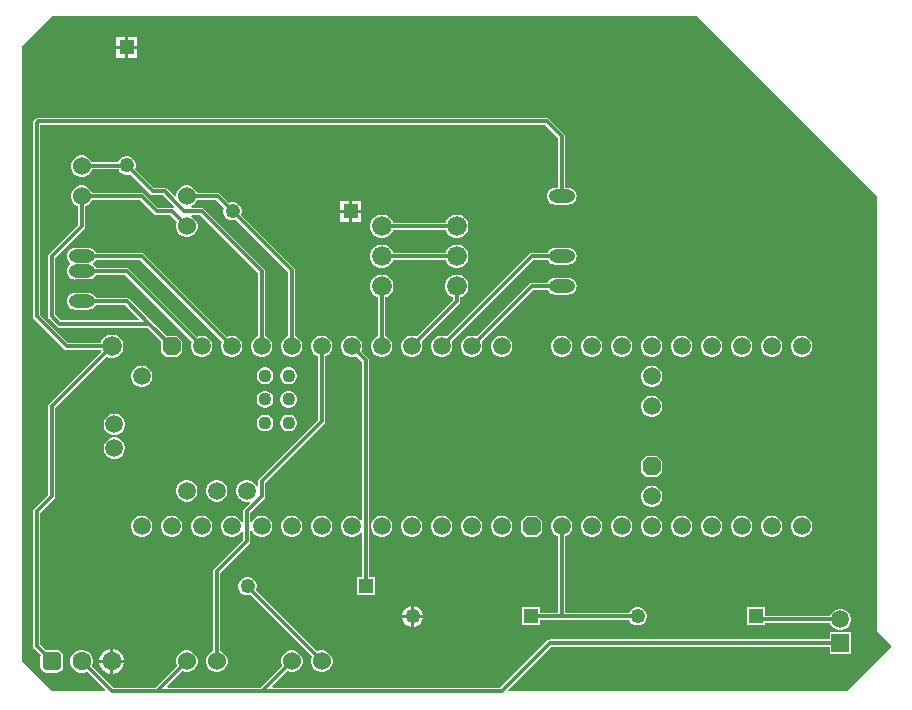
<source format=gbr>
%TF.GenerationSoftware,Altium Limited,Altium Designer,23.10.1 (27)*%
G04 Layer_Physical_Order=2*
G04 Layer_Color=16711680*
%FSLAX45Y45*%
%MOMM*%
%TF.SameCoordinates,49BF859E-9BDC-4D10-AAFA-A85DB01860A2*%
%TF.FilePolarity,Positive*%
%TF.FileFunction,Copper,L2,Bot,Signal*%
%TF.Part,Single*%
G01*
G75*
%TA.AperFunction,ComponentPad*%
%ADD10R,1.50800X1.50800*%
%ADD11R,1.50800X1.50800*%
%ADD12C,1.67640*%
G04:AMPARAMS|DCode=13|XSize=1.508mm|YSize=1.508mm|CornerRadius=0mm|HoleSize=0mm|Usage=FLASHONLY|Rotation=90.000|XOffset=0mm|YOffset=0mm|HoleType=Round|Shape=Octagon|*
%AMOCTAGOND13*
4,1,8,0.37700,0.75400,-0.37700,0.75400,-0.75400,0.37700,-0.75400,-0.37700,-0.37700,-0.75400,0.37700,-0.75400,0.75400,-0.37700,0.75400,0.37700,0.37700,0.75400,0.0*
%
%ADD13OCTAGOND13*%

%ADD14C,1.50800*%
%ADD15C,1.10795*%
%ADD16C,1.25000*%
%ADD17R,1.25000X1.25000*%
%ADD18R,1.25000X1.25000*%
%ADD19R,1.50000X1.50000*%
%ADD20C,1.50000*%
G04:AMPARAMS|DCode=21|XSize=1.6mm|YSize=1.6mm|CornerRadius=0.4mm|HoleSize=0mm|Usage=FLASHONLY|Rotation=0.000|XOffset=0mm|YOffset=0mm|HoleType=Round|Shape=RoundedRectangle|*
%AMROUNDEDRECTD21*
21,1,1.60000,0.80000,0,0,0.0*
21,1,0.80000,1.60000,0,0,0.0*
1,1,0.80000,0.40000,-0.40000*
1,1,0.80000,-0.40000,-0.40000*
1,1,0.80000,-0.40000,0.40000*
1,1,0.80000,0.40000,0.40000*
%
%ADD21ROUNDEDRECTD21*%
%ADD22C,1.60000*%
%ADD23C,1.52400*%
%ADD24O,2.21590X1.10795*%
%TA.AperFunction,Conductor*%
%ADD25C,0.30480*%
G36*
X9779000Y6350000D02*
X9779000Y2667000D01*
X9897529Y2548471D01*
Y2531529D01*
X9525000Y2159000D01*
X6664543D01*
X6659683Y2170733D01*
X7024872Y2535923D01*
X9379760D01*
Y2476760D01*
X9560240D01*
Y2657240D01*
X9379760D01*
Y2598077D01*
X7012000D01*
X7000107Y2595712D01*
X6990025Y2588975D01*
X6591128Y2190077D01*
X4663620D01*
X4658760Y2201810D01*
X4786924Y2329975D01*
X4790705Y2327792D01*
X4813962Y2321560D01*
X4838038D01*
X4861295Y2327792D01*
X4882145Y2339830D01*
X4899170Y2356855D01*
X4911208Y2377705D01*
X4917440Y2400962D01*
Y2425038D01*
X4911208Y2448295D01*
X4899170Y2469145D01*
X4882145Y2486170D01*
X4861295Y2498208D01*
X4838038Y2504440D01*
X4813962D01*
X4790705Y2498208D01*
X4769855Y2486170D01*
X4752830Y2469145D01*
X4740792Y2448295D01*
X4734560Y2425038D01*
Y2400962D01*
X4740792Y2377705D01*
X4742975Y2373924D01*
X4559128Y2190077D01*
X3774620D01*
X3769760Y2201810D01*
X3897924Y2329975D01*
X3901705Y2327792D01*
X3924962Y2321560D01*
X3949038D01*
X3972295Y2327792D01*
X3993145Y2339830D01*
X4010170Y2356855D01*
X4022208Y2377705D01*
X4028440Y2400962D01*
Y2425038D01*
X4022208Y2448295D01*
X4010170Y2469145D01*
X3993145Y2486170D01*
X3972295Y2498208D01*
X3949038Y2504440D01*
X3924962D01*
X3901705Y2498208D01*
X3880855Y2486170D01*
X3863830Y2469145D01*
X3851792Y2448295D01*
X3845560Y2425038D01*
Y2400962D01*
X3851792Y2377705D01*
X3853975Y2373924D01*
X3670128Y2190077D01*
X3314873D01*
X3133807Y2371143D01*
X3136750Y2376239D01*
X3143240Y2400462D01*
Y2425538D01*
X3136750Y2449761D01*
X3124211Y2471479D01*
X3106479Y2489211D01*
X3084761Y2501750D01*
X3060538Y2508240D01*
X3035462D01*
X3011239Y2501750D01*
X2989521Y2489211D01*
X2971789Y2471479D01*
X2959250Y2449761D01*
X2952760Y2425538D01*
Y2400462D01*
X2959250Y2376239D01*
X2971789Y2354521D01*
X2989521Y2336789D01*
X3011239Y2324250D01*
X3035462Y2317760D01*
X3060538D01*
X3084761Y2324250D01*
X3089857Y2327193D01*
X3246317Y2170733D01*
X3241457Y2159000D01*
X2794000D01*
X2540000Y2413000D01*
Y7620000D01*
X2794000Y7874000D01*
X8255000D01*
X9779000Y6350000D01*
D02*
G37*
%LPC*%
G36*
X3516900Y7699900D02*
X3441700D01*
Y7624700D01*
X3516900D01*
Y7699900D01*
D02*
G37*
G36*
X3416300D02*
X3341100D01*
Y7624700D01*
X3416300D01*
Y7699900D01*
D02*
G37*
G36*
X3516900Y7599300D02*
X3441700D01*
Y7524100D01*
X3516900D01*
Y7599300D01*
D02*
G37*
G36*
X3416300D02*
X3341100D01*
Y7524100D01*
X3416300D01*
Y7599300D01*
D02*
G37*
G36*
X6985000Y7016077D02*
X2678903D01*
X2667010Y7013712D01*
X2656928Y7006975D01*
X2645025Y6995072D01*
X2638288Y6984990D01*
X2635923Y6973097D01*
Y5334000D01*
X2638288Y5322107D01*
X2645025Y5312025D01*
X2899025Y5058025D01*
X2909107Y5051288D01*
X2921000Y5048923D01*
X3207773D01*
X3209691Y5041764D01*
X3213396Y5035346D01*
X2772025Y4593975D01*
X2765288Y4583893D01*
X2762923Y4572000D01*
Y3822872D01*
X2645025Y3704975D01*
X2638288Y3694893D01*
X2635923Y3683000D01*
Y2540000D01*
X2638288Y2528107D01*
X2645025Y2518025D01*
X2699731Y2463320D01*
X2697678Y2453000D01*
Y2373000D01*
X2701965Y2351446D01*
X2714174Y2333174D01*
X2732446Y2320965D01*
X2754000Y2316678D01*
X2834000D01*
X2855554Y2320965D01*
X2873826Y2333174D01*
X2886035Y2351446D01*
X2890322Y2373000D01*
Y2453000D01*
X2886035Y2474554D01*
X2873826Y2492826D01*
X2855554Y2505035D01*
X2834000Y2509322D01*
X2754000D01*
X2743680Y2507269D01*
X2698077Y2552872D01*
Y3670128D01*
X2815975Y3788025D01*
X2822712Y3798107D01*
X2825077Y3810000D01*
Y4559128D01*
X3257346Y4991396D01*
X3263764Y4987691D01*
X3288959Y4980940D01*
X3315041D01*
X3340236Y4987691D01*
X3362824Y5000732D01*
X3381268Y5019176D01*
X3394309Y5041764D01*
X3401060Y5066959D01*
Y5093041D01*
X3394309Y5118236D01*
X3381268Y5140824D01*
X3362824Y5159268D01*
X3340236Y5172309D01*
X3315041Y5179060D01*
X3288959D01*
X3263764Y5172309D01*
X3241176Y5159268D01*
X3222732Y5140824D01*
X3209691Y5118236D01*
X3207773Y5111077D01*
X2933873D01*
X2698077Y5346872D01*
Y6953923D01*
X6972128D01*
X7080923Y6845128D01*
Y6421247D01*
X7056603D01*
X7038162Y6418819D01*
X7020979Y6411702D01*
X7006223Y6400379D01*
X6994901Y6385623D01*
X6987783Y6368440D01*
X6985356Y6350000D01*
X6987783Y6331560D01*
X6994901Y6314377D01*
X7006223Y6299621D01*
X7020979Y6288298D01*
X7038162Y6281181D01*
X7056603Y6278753D01*
X7167397D01*
X7185838Y6281181D01*
X7203021Y6288298D01*
X7217777Y6299621D01*
X7229099Y6314377D01*
X7236217Y6331560D01*
X7238644Y6350000D01*
X7236217Y6368440D01*
X7229099Y6385623D01*
X7217777Y6400379D01*
X7203021Y6411702D01*
X7185838Y6418819D01*
X7167397Y6421247D01*
X7143077D01*
Y6858000D01*
X7140712Y6869893D01*
X7133975Y6879975D01*
X7006975Y7006975D01*
X6996893Y7013712D01*
X6985000Y7016077D01*
D02*
G37*
G36*
X3060038Y6695440D02*
X3035962D01*
X3012705Y6689208D01*
X2991855Y6677170D01*
X2974830Y6660145D01*
X2962792Y6639295D01*
X2956560Y6616038D01*
Y6591962D01*
X2962792Y6568705D01*
X2974830Y6547855D01*
X2991855Y6530830D01*
X3012705Y6518792D01*
X3035962Y6512560D01*
X3060038D01*
X3083295Y6518792D01*
X3104145Y6530830D01*
X3121170Y6547855D01*
X3133208Y6568705D01*
X3135410Y6576923D01*
X3359486D01*
X3366793Y6564267D01*
X3381267Y6549793D01*
X3398993Y6539558D01*
X3418765Y6534260D01*
X3439235D01*
X3457812Y6539238D01*
X3628385Y6368665D01*
X3638467Y6361928D01*
X3650360Y6359563D01*
X3736211D01*
X3801547Y6294227D01*
X3801608Y6293919D01*
X3808345Y6283837D01*
X3831849Y6260333D01*
X3823753Y6250469D01*
X3821893Y6251712D01*
X3810000Y6254077D01*
X3695872D01*
X3577975Y6371975D01*
X3567893Y6378712D01*
X3556000Y6381077D01*
X3134338D01*
X3133208Y6385295D01*
X3121170Y6406145D01*
X3104145Y6423170D01*
X3083295Y6435208D01*
X3060038Y6441440D01*
X3035962D01*
X3012705Y6435208D01*
X2991855Y6423170D01*
X2974830Y6406145D01*
X2962792Y6385295D01*
X2956560Y6362038D01*
Y6337962D01*
X2962792Y6314705D01*
X2974830Y6293855D01*
X2991855Y6276830D01*
X3012705Y6264792D01*
X3016923Y6263662D01*
Y6108873D01*
X2772025Y5863975D01*
X2765288Y5853893D01*
X2762923Y5842000D01*
Y5334000D01*
X2765288Y5322107D01*
X2772025Y5312025D01*
X2836566Y5247485D01*
X2846648Y5240748D01*
X2858540Y5238383D01*
X3607668D01*
X3720045Y5126005D01*
X3719360Y5125320D01*
Y5034680D01*
X3764680Y4989360D01*
X3855320D01*
X3900640Y5034680D01*
Y5125320D01*
X3855320Y5170640D01*
X3764680D01*
X3763995Y5169955D01*
X3642515Y5291435D01*
X3450975Y5482975D01*
X3440893Y5489712D01*
X3429000Y5492077D01*
X3166982D01*
X3165099Y5496623D01*
X3153777Y5511379D01*
X3139021Y5522702D01*
X3121838Y5529819D01*
X3103397Y5532247D01*
X2992603D01*
X2974162Y5529819D01*
X2956979Y5522702D01*
X2942223Y5511379D01*
X2930901Y5496623D01*
X2923783Y5479440D01*
X2921356Y5461000D01*
X2923783Y5442560D01*
X2930901Y5425377D01*
X2942223Y5410621D01*
X2956979Y5399298D01*
X2974162Y5392181D01*
X2992603Y5389753D01*
X3103397D01*
X3121838Y5392181D01*
X3139021Y5399298D01*
X3153777Y5410621D01*
X3165099Y5425377D01*
X3166982Y5429923D01*
X3416128D01*
X3533780Y5312270D01*
X3528920Y5300537D01*
X2871413D01*
X2825077Y5346873D01*
Y5829128D01*
X3069975Y6074025D01*
X3076712Y6084107D01*
X3079077Y6096000D01*
Y6263662D01*
X3083295Y6264792D01*
X3104145Y6276830D01*
X3121170Y6293855D01*
X3133208Y6314705D01*
X3134338Y6318923D01*
X3543128D01*
X3661025Y6201025D01*
X3671107Y6194288D01*
X3683000Y6191923D01*
X3797128D01*
X3853975Y6135076D01*
X3851792Y6131295D01*
X3845560Y6108038D01*
Y6083962D01*
X3851792Y6060705D01*
X3863830Y6039855D01*
X3880855Y6022830D01*
X3901705Y6010792D01*
X3924962Y6004560D01*
X3949038D01*
X3972295Y6010792D01*
X3993145Y6022830D01*
X4010170Y6039855D01*
X4022208Y6060705D01*
X4028440Y6083962D01*
Y6108038D01*
X4022208Y6131295D01*
X4010170Y6152145D01*
X3993145Y6169170D01*
X3975734Y6179223D01*
X3979137Y6191923D01*
X4051128D01*
X4540923Y5702128D01*
Y5165510D01*
X4537014Y5164463D01*
X4516346Y5152530D01*
X4499470Y5135654D01*
X4487537Y5114986D01*
X4481360Y5091933D01*
Y5068067D01*
X4487537Y5045014D01*
X4499470Y5024346D01*
X4516346Y5007470D01*
X4537014Y4995537D01*
X4560067Y4989360D01*
X4583933D01*
X4606986Y4995537D01*
X4627654Y5007470D01*
X4644530Y5024346D01*
X4656463Y5045014D01*
X4662640Y5068067D01*
Y5091933D01*
X4656463Y5114986D01*
X4644530Y5135654D01*
X4627654Y5152530D01*
X4606986Y5164463D01*
X4603077Y5165510D01*
Y5715000D01*
X4600712Y5726893D01*
X4593975Y5736975D01*
X4085975Y6244975D01*
X4075893Y6251712D01*
X4064000Y6254077D01*
X3979137D01*
X3975734Y6266777D01*
X3993145Y6276830D01*
X4010170Y6293855D01*
X4022208Y6314705D01*
X4023338Y6318923D01*
X4186128D01*
X4253238Y6251812D01*
X4248260Y6233235D01*
Y6212765D01*
X4253558Y6192993D01*
X4263793Y6175267D01*
X4278267Y6160793D01*
X4295993Y6150558D01*
X4315765Y6145260D01*
X4336235D01*
X4354812Y6150238D01*
X4794923Y5710128D01*
Y5165510D01*
X4791014Y5164463D01*
X4770346Y5152530D01*
X4753470Y5135654D01*
X4741537Y5114986D01*
X4735360Y5091933D01*
Y5068067D01*
X4741537Y5045014D01*
X4753470Y5024346D01*
X4770346Y5007470D01*
X4791014Y4995537D01*
X4814067Y4989360D01*
X4837933D01*
X4860986Y4995537D01*
X4881654Y5007470D01*
X4898530Y5024346D01*
X4910463Y5045014D01*
X4916640Y5068067D01*
Y5091933D01*
X4910463Y5114986D01*
X4898530Y5135654D01*
X4881654Y5152530D01*
X4860986Y5164463D01*
X4857077Y5165510D01*
Y5723000D01*
X4854712Y5734893D01*
X4847975Y5744975D01*
X4398762Y6194188D01*
X4403740Y6212765D01*
Y6233235D01*
X4398442Y6253007D01*
X4388207Y6270733D01*
X4373733Y6285207D01*
X4356007Y6295442D01*
X4336235Y6300740D01*
X4315765D01*
X4297187Y6295762D01*
X4220975Y6371975D01*
X4210893Y6378712D01*
X4199000Y6381077D01*
X4023338D01*
X4022208Y6385295D01*
X4010170Y6406145D01*
X3993145Y6423170D01*
X3972295Y6435208D01*
X3949038Y6441440D01*
X3924962D01*
X3901705Y6435208D01*
X3880855Y6423170D01*
X3863830Y6406145D01*
X3851792Y6385295D01*
X3845560Y6362038D01*
Y6354707D01*
X3833827Y6349847D01*
X3771059Y6412615D01*
X3760977Y6419352D01*
X3749084Y6421717D01*
X3663233D01*
X3501762Y6583187D01*
X3506740Y6601765D01*
Y6622235D01*
X3501442Y6642007D01*
X3491207Y6659733D01*
X3476733Y6674207D01*
X3459007Y6684442D01*
X3439235Y6689740D01*
X3418765D01*
X3398993Y6684442D01*
X3381267Y6674207D01*
X3366793Y6659733D01*
X3356558Y6642007D01*
X3355773Y6639077D01*
X3133267D01*
X3133208Y6639295D01*
X3121170Y6660145D01*
X3104145Y6677170D01*
X3083295Y6689208D01*
X3060038Y6695440D01*
D02*
G37*
G36*
X5413900Y6310900D02*
X5338700D01*
Y6235700D01*
X5413900D01*
Y6310900D01*
D02*
G37*
G36*
X5313300D02*
X5238100D01*
Y6235700D01*
X5313300D01*
Y6310900D01*
D02*
G37*
G36*
X5413900Y6210300D02*
X5338700D01*
Y6135100D01*
X5413900D01*
Y6210300D01*
D02*
G37*
G36*
X5313300D02*
X5238100D01*
Y6135100D01*
X5313300D01*
Y6210300D01*
D02*
G37*
G36*
X6236041Y6195060D02*
X6209959D01*
X6184764Y6188309D01*
X6162176Y6175268D01*
X6143732Y6156824D01*
X6130691Y6134236D01*
X6128773Y6127077D01*
X5682227D01*
X5680309Y6134236D01*
X5667268Y6156824D01*
X5648824Y6175268D01*
X5626236Y6188309D01*
X5601041Y6195060D01*
X5574959D01*
X5549764Y6188309D01*
X5527176Y6175268D01*
X5508732Y6156824D01*
X5495691Y6134236D01*
X5488940Y6109041D01*
Y6082959D01*
X5495691Y6057764D01*
X5508732Y6035176D01*
X5527176Y6016732D01*
X5549764Y6003691D01*
X5574959Y5996940D01*
X5601041D01*
X5626236Y6003691D01*
X5648824Y6016732D01*
X5667268Y6035176D01*
X5680309Y6057764D01*
X5682227Y6064923D01*
X6128773D01*
X6130691Y6057764D01*
X6143732Y6035176D01*
X6162176Y6016732D01*
X6184764Y6003691D01*
X6209959Y5996940D01*
X6236041D01*
X6261236Y6003691D01*
X6283824Y6016732D01*
X6302268Y6035176D01*
X6315309Y6057764D01*
X6322060Y6082959D01*
Y6109041D01*
X6315309Y6134236D01*
X6302268Y6156824D01*
X6283824Y6175268D01*
X6261236Y6188309D01*
X6236041Y6195060D01*
D02*
G37*
G36*
Y5941060D02*
X6209959D01*
X6184764Y5934309D01*
X6162176Y5921268D01*
X6143732Y5902824D01*
X6130691Y5880236D01*
X6128773Y5873077D01*
X5682227D01*
X5680309Y5880236D01*
X5667268Y5902824D01*
X5648824Y5921268D01*
X5626236Y5934309D01*
X5601041Y5941060D01*
X5574959D01*
X5549764Y5934309D01*
X5527176Y5921268D01*
X5508732Y5902824D01*
X5495691Y5880236D01*
X5488940Y5855041D01*
Y5828959D01*
X5495691Y5803764D01*
X5508732Y5781176D01*
X5527176Y5762732D01*
X5549764Y5749691D01*
X5574959Y5742940D01*
X5601041D01*
X5626236Y5749691D01*
X5648824Y5762732D01*
X5667268Y5781176D01*
X5680309Y5803764D01*
X5682227Y5810923D01*
X6128773D01*
X6130691Y5803764D01*
X6143732Y5781176D01*
X6162176Y5762732D01*
X6184764Y5749691D01*
X6209959Y5742940D01*
X6236041D01*
X6261236Y5749691D01*
X6283824Y5762732D01*
X6302268Y5781176D01*
X6315309Y5803764D01*
X6322060Y5828959D01*
Y5855041D01*
X6315309Y5880236D01*
X6302268Y5902824D01*
X6283824Y5921268D01*
X6261236Y5934309D01*
X6236041Y5941060D01*
D02*
G37*
G36*
X7167397Y5913247D02*
X7056603D01*
X7038162Y5910819D01*
X7020979Y5903702D01*
X7006223Y5892379D01*
X6994901Y5877623D01*
X6993018Y5873077D01*
X6858000D01*
X6846107Y5870712D01*
X6836025Y5863975D01*
X6134490Y5162440D01*
X6130986Y5164463D01*
X6107933Y5170640D01*
X6084067D01*
X6061014Y5164463D01*
X6040346Y5152530D01*
X6023470Y5135654D01*
X6011537Y5114986D01*
X6005360Y5091933D01*
Y5068067D01*
X6011537Y5045014D01*
X6023470Y5024346D01*
X6040346Y5007470D01*
X6061014Y4995537D01*
X6084067Y4989360D01*
X6107933D01*
X6130986Y4995537D01*
X6151654Y5007470D01*
X6168530Y5024346D01*
X6180463Y5045014D01*
X6186640Y5068067D01*
Y5091933D01*
X6180463Y5114986D01*
X6178440Y5118490D01*
X6870872Y5810923D01*
X6993018D01*
X6994901Y5806377D01*
X7006223Y5791621D01*
X7020979Y5780298D01*
X7038162Y5773181D01*
X7056603Y5770753D01*
X7167397D01*
X7185838Y5773181D01*
X7203021Y5780298D01*
X7217777Y5791621D01*
X7229099Y5806377D01*
X7236217Y5823560D01*
X7238644Y5842000D01*
X7236217Y5860440D01*
X7229099Y5877623D01*
X7217777Y5892379D01*
X7203021Y5903702D01*
X7185838Y5910819D01*
X7167397Y5913247D01*
D02*
G37*
G36*
Y5659247D02*
X7056603D01*
X7038162Y5656819D01*
X7020979Y5649702D01*
X7006223Y5638379D01*
X6994901Y5623624D01*
X6993018Y5619077D01*
X6858000D01*
X6846107Y5616712D01*
X6836025Y5609975D01*
X6388490Y5162440D01*
X6384986Y5164463D01*
X6361933Y5170640D01*
X6338067D01*
X6315014Y5164463D01*
X6294346Y5152530D01*
X6277470Y5135654D01*
X6265537Y5114986D01*
X6259360Y5091933D01*
Y5068067D01*
X6265537Y5045014D01*
X6277470Y5024346D01*
X6294346Y5007470D01*
X6315014Y4995537D01*
X6338067Y4989360D01*
X6361933D01*
X6384986Y4995537D01*
X6405654Y5007470D01*
X6422530Y5024346D01*
X6434463Y5045014D01*
X6440640Y5068067D01*
Y5091933D01*
X6434463Y5114986D01*
X6432440Y5118490D01*
X6870872Y5556923D01*
X6993018D01*
X6994901Y5552377D01*
X7006223Y5537621D01*
X7020979Y5526298D01*
X7038162Y5519181D01*
X7056603Y5516753D01*
X7167397D01*
X7185838Y5519181D01*
X7203021Y5526298D01*
X7217777Y5537621D01*
X7229099Y5552377D01*
X7236217Y5569560D01*
X7238644Y5588000D01*
X7236217Y5606440D01*
X7229099Y5623624D01*
X7217777Y5638379D01*
X7203021Y5649702D01*
X7185838Y5656819D01*
X7167397Y5659247D01*
D02*
G37*
G36*
X6236041Y5687060D02*
X6209959D01*
X6184764Y5680309D01*
X6162176Y5667268D01*
X6143732Y5648824D01*
X6130691Y5626236D01*
X6123940Y5601041D01*
Y5574959D01*
X6130691Y5549764D01*
X6143732Y5527176D01*
X6162176Y5508732D01*
X6184764Y5495691D01*
X6191923Y5493773D01*
Y5473872D01*
X5880490Y5162440D01*
X5876986Y5164463D01*
X5853933Y5170640D01*
X5830067D01*
X5807014Y5164463D01*
X5786346Y5152530D01*
X5769470Y5135654D01*
X5757537Y5114986D01*
X5751360Y5091933D01*
Y5068067D01*
X5757537Y5045014D01*
X5769470Y5024346D01*
X5786346Y5007470D01*
X5807014Y4995537D01*
X5830067Y4989360D01*
X5853933D01*
X5876986Y4995537D01*
X5897654Y5007470D01*
X5914530Y5024346D01*
X5926463Y5045014D01*
X5932640Y5068067D01*
Y5091933D01*
X5926463Y5114986D01*
X5924440Y5118490D01*
X6244975Y5439025D01*
X6251712Y5449107D01*
X6254077Y5461000D01*
Y5493773D01*
X6261236Y5495691D01*
X6283824Y5508732D01*
X6302268Y5527176D01*
X6315309Y5549764D01*
X6322060Y5574959D01*
Y5601041D01*
X6315309Y5626236D01*
X6302268Y5648824D01*
X6283824Y5667268D01*
X6261236Y5680309D01*
X6236041Y5687060D01*
D02*
G37*
G36*
X9155933Y5170640D02*
X9132067D01*
X9109014Y5164463D01*
X9088346Y5152530D01*
X9071470Y5135654D01*
X9059537Y5114986D01*
X9053360Y5091933D01*
Y5068067D01*
X9059537Y5045014D01*
X9071470Y5024346D01*
X9088346Y5007470D01*
X9109014Y4995537D01*
X9132067Y4989360D01*
X9155933D01*
X9178986Y4995537D01*
X9199654Y5007470D01*
X9216530Y5024346D01*
X9228463Y5045014D01*
X9234640Y5068067D01*
Y5091933D01*
X9228463Y5114986D01*
X9216530Y5135654D01*
X9199654Y5152530D01*
X9178986Y5164463D01*
X9155933Y5170640D01*
D02*
G37*
G36*
X8901933D02*
X8878067D01*
X8855014Y5164463D01*
X8834346Y5152530D01*
X8817470Y5135654D01*
X8805537Y5114986D01*
X8799360Y5091933D01*
Y5068067D01*
X8805537Y5045014D01*
X8817470Y5024346D01*
X8834346Y5007470D01*
X8855014Y4995537D01*
X8878067Y4989360D01*
X8901933D01*
X8924986Y4995537D01*
X8945654Y5007470D01*
X8962530Y5024346D01*
X8974463Y5045014D01*
X8980640Y5068067D01*
Y5091933D01*
X8974463Y5114986D01*
X8962530Y5135654D01*
X8945654Y5152530D01*
X8924986Y5164463D01*
X8901933Y5170640D01*
D02*
G37*
G36*
X8647933D02*
X8624067D01*
X8601014Y5164463D01*
X8580346Y5152530D01*
X8563470Y5135654D01*
X8551537Y5114986D01*
X8545360Y5091933D01*
Y5068067D01*
X8551537Y5045014D01*
X8563470Y5024346D01*
X8580346Y5007470D01*
X8601014Y4995537D01*
X8624067Y4989360D01*
X8647933D01*
X8670986Y4995537D01*
X8691654Y5007470D01*
X8708530Y5024346D01*
X8720463Y5045014D01*
X8726640Y5068067D01*
Y5091933D01*
X8720463Y5114986D01*
X8708530Y5135654D01*
X8691654Y5152530D01*
X8670986Y5164463D01*
X8647933Y5170640D01*
D02*
G37*
G36*
X8393933D02*
X8370067D01*
X8347014Y5164463D01*
X8326346Y5152530D01*
X8309470Y5135654D01*
X8297537Y5114986D01*
X8291360Y5091933D01*
Y5068067D01*
X8297537Y5045014D01*
X8309470Y5024346D01*
X8326346Y5007470D01*
X8347014Y4995537D01*
X8370067Y4989360D01*
X8393933D01*
X8416986Y4995537D01*
X8437654Y5007470D01*
X8454530Y5024346D01*
X8466463Y5045014D01*
X8472640Y5068067D01*
Y5091933D01*
X8466463Y5114986D01*
X8454530Y5135654D01*
X8437654Y5152530D01*
X8416986Y5164463D01*
X8393933Y5170640D01*
D02*
G37*
G36*
X8139933D02*
X8116067D01*
X8093014Y5164463D01*
X8072346Y5152530D01*
X8055470Y5135654D01*
X8043537Y5114986D01*
X8037360Y5091933D01*
Y5068067D01*
X8043537Y5045014D01*
X8055470Y5024346D01*
X8072346Y5007470D01*
X8093014Y4995537D01*
X8116067Y4989360D01*
X8139933D01*
X8162986Y4995537D01*
X8183654Y5007470D01*
X8200530Y5024346D01*
X8212463Y5045014D01*
X8218640Y5068067D01*
Y5091933D01*
X8212463Y5114986D01*
X8200530Y5135654D01*
X8183654Y5152530D01*
X8162986Y5164463D01*
X8139933Y5170640D01*
D02*
G37*
G36*
X7885933D02*
X7862067D01*
X7839014Y5164463D01*
X7818346Y5152530D01*
X7801470Y5135654D01*
X7789537Y5114986D01*
X7783360Y5091933D01*
Y5068067D01*
X7789537Y5045014D01*
X7801470Y5024346D01*
X7818346Y5007470D01*
X7839014Y4995537D01*
X7862067Y4989360D01*
X7885933D01*
X7908986Y4995537D01*
X7929654Y5007470D01*
X7946530Y5024346D01*
X7958463Y5045014D01*
X7964640Y5068067D01*
Y5091933D01*
X7958463Y5114986D01*
X7946530Y5135654D01*
X7929654Y5152530D01*
X7908986Y5164463D01*
X7885933Y5170640D01*
D02*
G37*
G36*
X7631933D02*
X7608067D01*
X7585014Y5164463D01*
X7564346Y5152530D01*
X7547470Y5135654D01*
X7535537Y5114986D01*
X7529360Y5091933D01*
Y5068067D01*
X7535537Y5045014D01*
X7547470Y5024346D01*
X7564346Y5007470D01*
X7585014Y4995537D01*
X7608067Y4989360D01*
X7631933D01*
X7654986Y4995537D01*
X7675654Y5007470D01*
X7692530Y5024346D01*
X7704463Y5045014D01*
X7710640Y5068067D01*
Y5091933D01*
X7704463Y5114986D01*
X7692530Y5135654D01*
X7675654Y5152530D01*
X7654986Y5164463D01*
X7631933Y5170640D01*
D02*
G37*
G36*
X7377933D02*
X7354067D01*
X7331014Y5164463D01*
X7310346Y5152530D01*
X7293470Y5135654D01*
X7281537Y5114986D01*
X7275360Y5091933D01*
Y5068067D01*
X7281537Y5045014D01*
X7293470Y5024346D01*
X7310346Y5007470D01*
X7331014Y4995537D01*
X7354067Y4989360D01*
X7377933D01*
X7400986Y4995537D01*
X7421654Y5007470D01*
X7438530Y5024346D01*
X7450463Y5045014D01*
X7456640Y5068067D01*
Y5091933D01*
X7450463Y5114986D01*
X7438530Y5135654D01*
X7421654Y5152530D01*
X7400986Y5164463D01*
X7377933Y5170640D01*
D02*
G37*
G36*
X7123933D02*
X7100067D01*
X7077014Y5164463D01*
X7056346Y5152530D01*
X7039470Y5135654D01*
X7027537Y5114986D01*
X7021360Y5091933D01*
Y5068067D01*
X7027537Y5045014D01*
X7039470Y5024346D01*
X7056346Y5007470D01*
X7077014Y4995537D01*
X7100067Y4989360D01*
X7123933D01*
X7146986Y4995537D01*
X7167654Y5007470D01*
X7184530Y5024346D01*
X7196463Y5045014D01*
X7202640Y5068067D01*
Y5091933D01*
X7196463Y5114986D01*
X7184530Y5135654D01*
X7167654Y5152530D01*
X7146986Y5164463D01*
X7123933Y5170640D01*
D02*
G37*
G36*
X6615933D02*
X6592067D01*
X6569014Y5164463D01*
X6548346Y5152530D01*
X6531470Y5135654D01*
X6519537Y5114986D01*
X6513360Y5091933D01*
Y5068067D01*
X6519537Y5045014D01*
X6531470Y5024346D01*
X6548346Y5007470D01*
X6569014Y4995537D01*
X6592067Y4989360D01*
X6615933D01*
X6638986Y4995537D01*
X6659654Y5007470D01*
X6676530Y5024346D01*
X6688463Y5045014D01*
X6694640Y5068067D01*
Y5091933D01*
X6688463Y5114986D01*
X6676530Y5135654D01*
X6659654Y5152530D01*
X6638986Y5164463D01*
X6615933Y5170640D01*
D02*
G37*
G36*
X5601041Y5687060D02*
X5574959D01*
X5549764Y5680309D01*
X5527176Y5667268D01*
X5508732Y5648824D01*
X5495691Y5626236D01*
X5488940Y5601041D01*
Y5574959D01*
X5495691Y5549764D01*
X5508732Y5527176D01*
X5527176Y5508732D01*
X5549764Y5495691D01*
X5556923Y5493773D01*
Y5165510D01*
X5553014Y5164463D01*
X5532346Y5152530D01*
X5515470Y5135654D01*
X5503537Y5114986D01*
X5497360Y5091933D01*
Y5068067D01*
X5503537Y5045014D01*
X5515470Y5024346D01*
X5532346Y5007470D01*
X5553014Y4995537D01*
X5576067Y4989360D01*
X5599933D01*
X5622986Y4995537D01*
X5643654Y5007470D01*
X5660530Y5024346D01*
X5672463Y5045014D01*
X5678640Y5068067D01*
Y5091933D01*
X5672463Y5114986D01*
X5660530Y5135654D01*
X5643654Y5152530D01*
X5622986Y5164463D01*
X5619077Y5165510D01*
Y5493773D01*
X5626236Y5495691D01*
X5648824Y5508732D01*
X5667268Y5527176D01*
X5680309Y5549764D01*
X5687060Y5574959D01*
Y5601041D01*
X5680309Y5626236D01*
X5667268Y5648824D01*
X5648824Y5667268D01*
X5626236Y5680309D01*
X5601041Y5687060D01*
D02*
G37*
G36*
X3103397Y5913247D02*
X2992603D01*
X2974162Y5910819D01*
X2956979Y5903702D01*
X2942223Y5892379D01*
X2930901Y5877623D01*
X2923783Y5860440D01*
X2921356Y5842000D01*
X2923783Y5823560D01*
X2930901Y5806377D01*
X2942223Y5791621D01*
X2948892Y5786504D01*
Y5770496D01*
X2942223Y5765379D01*
X2930901Y5750623D01*
X2923783Y5733440D01*
X2921356Y5715000D01*
X2923783Y5696560D01*
X2930901Y5679377D01*
X2942223Y5664621D01*
X2956979Y5653298D01*
X2974162Y5646181D01*
X2992603Y5643753D01*
X3103397D01*
X3121838Y5646181D01*
X3139021Y5653298D01*
X3153777Y5664621D01*
X3165099Y5679377D01*
X3166982Y5683923D01*
X3416128D01*
X3981560Y5118490D01*
X3979537Y5114986D01*
X3973360Y5091933D01*
Y5068067D01*
X3979537Y5045014D01*
X3991470Y5024346D01*
X4008346Y5007470D01*
X4029014Y4995537D01*
X4052067Y4989360D01*
X4075933D01*
X4098986Y4995537D01*
X4119654Y5007470D01*
X4136530Y5024346D01*
X4148463Y5045014D01*
X4154640Y5068067D01*
Y5091933D01*
X4148463Y5114986D01*
X4136530Y5135654D01*
X4119654Y5152530D01*
X4098986Y5164463D01*
X4075933Y5170640D01*
X4052067D01*
X4029014Y5164463D01*
X4025510Y5162440D01*
X3450975Y5736975D01*
X3440893Y5743712D01*
X3429000Y5746077D01*
X3166982D01*
X3165099Y5750623D01*
X3153777Y5765379D01*
X3147108Y5770496D01*
Y5786504D01*
X3153777Y5791621D01*
X3165099Y5806377D01*
X3166982Y5810923D01*
X3543128D01*
X4235560Y5118490D01*
X4233537Y5114986D01*
X4227360Y5091933D01*
Y5068067D01*
X4233537Y5045014D01*
X4245470Y5024346D01*
X4262346Y5007470D01*
X4283014Y4995537D01*
X4306067Y4989360D01*
X4329933D01*
X4352986Y4995537D01*
X4373654Y5007470D01*
X4390530Y5024346D01*
X4402463Y5045014D01*
X4408640Y5068067D01*
Y5091933D01*
X4402463Y5114986D01*
X4390530Y5135654D01*
X4373654Y5152530D01*
X4352986Y5164463D01*
X4329933Y5170640D01*
X4306067D01*
X4283014Y5164463D01*
X4279510Y5162440D01*
X3577975Y5863975D01*
X3567893Y5870712D01*
X3556000Y5873077D01*
X3166982D01*
X3165099Y5877623D01*
X3153777Y5892379D01*
X3139021Y5903702D01*
X3121838Y5910819D01*
X3103397Y5913247D01*
D02*
G37*
G36*
X4808300Y4900625D02*
X4789700D01*
X4771735Y4895811D01*
X4755627Y4886512D01*
X4742476Y4873360D01*
X4733176Y4857253D01*
X4728362Y4839288D01*
Y4820688D01*
X4733176Y4802723D01*
X4742476Y4786615D01*
X4755627Y4773464D01*
X4771735Y4764164D01*
X4789700Y4759350D01*
X4808300D01*
X4826265Y4764164D01*
X4842372Y4773464D01*
X4855524Y4786615D01*
X4864823Y4802723D01*
X4869637Y4820688D01*
Y4839288D01*
X4864823Y4857253D01*
X4855524Y4873360D01*
X4842372Y4886512D01*
X4826265Y4895811D01*
X4808300Y4900625D01*
D02*
G37*
G36*
X4608300D02*
X4589700D01*
X4571735Y4895811D01*
X4555628Y4886512D01*
X4542476Y4873360D01*
X4533177Y4857253D01*
X4528363Y4839288D01*
Y4820688D01*
X4533177Y4802723D01*
X4542476Y4786615D01*
X4555628Y4773464D01*
X4571735Y4764164D01*
X4589700Y4759350D01*
X4608300D01*
X4626265Y4764164D01*
X4642373Y4773464D01*
X4655524Y4786615D01*
X4664824Y4802723D01*
X4669638Y4820688D01*
Y4839288D01*
X4664824Y4857253D01*
X4655524Y4873360D01*
X4642373Y4886512D01*
X4626265Y4895811D01*
X4608300Y4900625D01*
D02*
G37*
G36*
X7885933Y4916640D02*
X7862067D01*
X7839014Y4910463D01*
X7818346Y4898530D01*
X7801470Y4881654D01*
X7789537Y4860986D01*
X7783360Y4837933D01*
Y4814067D01*
X7789537Y4791014D01*
X7801470Y4770346D01*
X7818346Y4753470D01*
X7839014Y4741537D01*
X7862067Y4735360D01*
X7885933D01*
X7908986Y4741537D01*
X7929654Y4753470D01*
X7946530Y4770346D01*
X7958463Y4791014D01*
X7964640Y4814067D01*
Y4837933D01*
X7958463Y4860986D01*
X7946530Y4881654D01*
X7929654Y4898530D01*
X7908986Y4910463D01*
X7885933Y4916640D01*
D02*
G37*
G36*
X3567933D02*
X3544067D01*
X3521014Y4910463D01*
X3500346Y4898530D01*
X3483470Y4881654D01*
X3471537Y4860986D01*
X3465360Y4837933D01*
Y4814067D01*
X3471537Y4791014D01*
X3483470Y4770346D01*
X3500346Y4753470D01*
X3521014Y4741537D01*
X3544067Y4735360D01*
X3567933D01*
X3590986Y4741537D01*
X3611654Y4753470D01*
X3628530Y4770346D01*
X3640463Y4791014D01*
X3646640Y4814067D01*
Y4837933D01*
X3640463Y4860986D01*
X3628530Y4881654D01*
X3611654Y4898530D01*
X3590986Y4910463D01*
X3567933Y4916640D01*
D02*
G37*
G36*
X4808300Y4700626D02*
X4789700D01*
X4771735Y4695812D01*
X4755627Y4686512D01*
X4742476Y4673361D01*
X4733176Y4657253D01*
X4728362Y4639288D01*
Y4620688D01*
X4733176Y4602723D01*
X4742476Y4586616D01*
X4755627Y4573464D01*
X4771735Y4564165D01*
X4789700Y4559351D01*
X4808300D01*
X4826265Y4564165D01*
X4842372Y4573464D01*
X4855524Y4586616D01*
X4864823Y4602723D01*
X4869637Y4620688D01*
Y4639288D01*
X4864823Y4657253D01*
X4855524Y4673361D01*
X4842372Y4686512D01*
X4826265Y4695812D01*
X4808300Y4700626D01*
D02*
G37*
G36*
X4608300D02*
X4589700D01*
X4571735Y4695812D01*
X4555628Y4686512D01*
X4542476Y4673361D01*
X4533177Y4657253D01*
X4528363Y4639288D01*
Y4620688D01*
X4533177Y4602723D01*
X4542476Y4586616D01*
X4555628Y4573464D01*
X4571735Y4564165D01*
X4589700Y4559351D01*
X4608300D01*
X4626265Y4564165D01*
X4642373Y4573464D01*
X4655524Y4586616D01*
X4664824Y4602723D01*
X4669638Y4620688D01*
Y4639288D01*
X4664824Y4657253D01*
X4655524Y4673361D01*
X4642373Y4686512D01*
X4626265Y4695812D01*
X4608300Y4700626D01*
D02*
G37*
G36*
X7885933Y4662640D02*
X7862067D01*
X7839014Y4656463D01*
X7818346Y4644530D01*
X7801470Y4627654D01*
X7789537Y4606986D01*
X7783360Y4583933D01*
Y4560067D01*
X7789537Y4537014D01*
X7801470Y4516346D01*
X7818346Y4499470D01*
X7839014Y4487537D01*
X7862067Y4481360D01*
X7885933D01*
X7908986Y4487537D01*
X7929654Y4499470D01*
X7946530Y4516346D01*
X7958463Y4537014D01*
X7964640Y4560067D01*
Y4583933D01*
X7958463Y4606986D01*
X7946530Y4627654D01*
X7929654Y4644530D01*
X7908986Y4656463D01*
X7885933Y4662640D01*
D02*
G37*
G36*
X4808300Y4500626D02*
X4789700D01*
X4771735Y4495812D01*
X4755627Y4486513D01*
X4742476Y4473361D01*
X4733176Y4457254D01*
X4728362Y4439288D01*
Y4420689D01*
X4733176Y4402723D01*
X4742476Y4386616D01*
X4755627Y4373464D01*
X4771735Y4364165D01*
X4789700Y4359351D01*
X4808300D01*
X4826265Y4364165D01*
X4842372Y4373464D01*
X4855524Y4386616D01*
X4864823Y4402723D01*
X4869637Y4420689D01*
Y4439288D01*
X4864823Y4457254D01*
X4855524Y4473361D01*
X4842372Y4486513D01*
X4826265Y4495812D01*
X4808300Y4500626D01*
D02*
G37*
G36*
X4608300D02*
X4589700D01*
X4571735Y4495812D01*
X4555628Y4486513D01*
X4542476Y4473361D01*
X4533177Y4457254D01*
X4528363Y4439288D01*
Y4420689D01*
X4533177Y4402723D01*
X4542476Y4386616D01*
X4555628Y4373464D01*
X4571735Y4364165D01*
X4589700Y4359351D01*
X4608300D01*
X4626265Y4364165D01*
X4642373Y4373464D01*
X4655524Y4386616D01*
X4664824Y4402723D01*
X4669638Y4420689D01*
Y4439288D01*
X4664824Y4457254D01*
X4655524Y4473361D01*
X4642373Y4486513D01*
X4626265Y4495812D01*
X4608300Y4500626D01*
D02*
G37*
G36*
X3336945Y4508640D02*
X3313079D01*
X3290027Y4502463D01*
X3269358Y4490530D01*
X3252482Y4473654D01*
X3240550Y4452986D01*
X3234372Y4429933D01*
Y4406067D01*
X3240550Y4383014D01*
X3252482Y4362346D01*
X3269358Y4345470D01*
X3290027Y4333537D01*
X3313079Y4327360D01*
X3336945D01*
X3359998Y4333537D01*
X3380667Y4345470D01*
X3397542Y4362346D01*
X3409475Y4383014D01*
X3415652Y4406067D01*
Y4429933D01*
X3409475Y4452986D01*
X3397542Y4473654D01*
X3380667Y4490530D01*
X3359998Y4502463D01*
X3336945Y4508640D01*
D02*
G37*
G36*
Y4308640D02*
X3313079D01*
X3290027Y4302463D01*
X3269358Y4290530D01*
X3252482Y4273654D01*
X3240550Y4252986D01*
X3234372Y4229933D01*
Y4206067D01*
X3240550Y4183014D01*
X3252482Y4162346D01*
X3269358Y4145470D01*
X3290027Y4133537D01*
X3313079Y4127360D01*
X3336945D01*
X3359998Y4133537D01*
X3380667Y4145470D01*
X3397542Y4162346D01*
X3409475Y4183014D01*
X3415652Y4206067D01*
Y4229933D01*
X3409475Y4252986D01*
X3397542Y4273654D01*
X3380667Y4290530D01*
X3359998Y4302463D01*
X3336945Y4308640D01*
D02*
G37*
G36*
X7919320Y4154640D02*
X7828680D01*
X7783360Y4109320D01*
Y4018680D01*
X7828680Y3973360D01*
X7919320D01*
X7964640Y4018680D01*
Y4109320D01*
X7919320Y4154640D01*
D02*
G37*
G36*
X5091933Y5170640D02*
X5068067D01*
X5045014Y5164463D01*
X5024346Y5152530D01*
X5007470Y5135654D01*
X4995537Y5114986D01*
X4989360Y5091933D01*
Y5068067D01*
X4995537Y5045014D01*
X5007470Y5024346D01*
X5024346Y5007470D01*
X5045014Y4995537D01*
X5048923Y4994490D01*
Y4457872D01*
X4550025Y3958975D01*
X4543288Y3948893D01*
X4540923Y3937000D01*
Y3895324D01*
X4536307Y3893577D01*
X4528223Y3893133D01*
X4517530Y3911654D01*
X4500654Y3928529D01*
X4479986Y3940462D01*
X4456933Y3946639D01*
X4433067D01*
X4410014Y3940462D01*
X4389346Y3928529D01*
X4372470Y3911654D01*
X4360537Y3890985D01*
X4354360Y3867932D01*
Y3844066D01*
X4360537Y3821014D01*
X4372470Y3800345D01*
X4389346Y3783469D01*
X4410014Y3771537D01*
X4433067Y3765360D01*
X4456933D01*
X4468566Y3768477D01*
X4475141Y3757090D01*
X4423025Y3704975D01*
X4416288Y3694893D01*
X4413923Y3683000D01*
Y3595325D01*
X4409307Y3593578D01*
X4401223Y3593134D01*
X4390530Y3611654D01*
X4373654Y3628530D01*
X4352986Y3640463D01*
X4329933Y3646640D01*
X4306067D01*
X4283014Y3640463D01*
X4262346Y3628530D01*
X4245470Y3611654D01*
X4233537Y3590986D01*
X4227360Y3567933D01*
Y3544067D01*
X4233537Y3521014D01*
X4245470Y3500346D01*
X4262346Y3483470D01*
X4283014Y3471537D01*
X4306067Y3465360D01*
X4329933D01*
X4352986Y3471537D01*
X4373654Y3483470D01*
X4390530Y3500346D01*
X4401223Y3518866D01*
X4409307Y3518422D01*
X4413923Y3516675D01*
Y3441873D01*
X4169025Y3196975D01*
X4162288Y3186893D01*
X4159923Y3175000D01*
Y2499338D01*
X4155705Y2498208D01*
X4134855Y2486170D01*
X4117830Y2469145D01*
X4105792Y2448295D01*
X4099560Y2425038D01*
Y2400962D01*
X4105792Y2377705D01*
X4117830Y2356855D01*
X4134855Y2339830D01*
X4155705Y2327792D01*
X4178962Y2321560D01*
X4203038D01*
X4226295Y2327792D01*
X4247145Y2339830D01*
X4264170Y2356855D01*
X4276208Y2377705D01*
X4282440Y2400962D01*
Y2425038D01*
X4276208Y2448295D01*
X4264170Y2469145D01*
X4247145Y2486170D01*
X4226295Y2498208D01*
X4222077Y2499338D01*
Y3162128D01*
X4466975Y3407025D01*
X4473712Y3417107D01*
X4476077Y3429000D01*
Y3516675D01*
X4480693Y3518422D01*
X4488777Y3518866D01*
X4499470Y3500346D01*
X4516346Y3483470D01*
X4537014Y3471537D01*
X4560067Y3465360D01*
X4583933D01*
X4606986Y3471537D01*
X4627654Y3483470D01*
X4644530Y3500346D01*
X4656463Y3521014D01*
X4662640Y3544067D01*
Y3567933D01*
X4656463Y3590986D01*
X4644530Y3611654D01*
X4627654Y3628530D01*
X4606986Y3640463D01*
X4583933Y3646640D01*
X4560067D01*
X4537014Y3640463D01*
X4516346Y3628530D01*
X4499470Y3611654D01*
X4488777Y3593134D01*
X4480693Y3593578D01*
X4476077Y3595325D01*
Y3670128D01*
X4593975Y3788025D01*
X4600712Y3798107D01*
X4603077Y3810000D01*
Y3924128D01*
X5101975Y4423025D01*
X5108712Y4433107D01*
X5111077Y4445000D01*
Y4994490D01*
X5114986Y4995537D01*
X5135654Y5007470D01*
X5152530Y5024346D01*
X5164463Y5045014D01*
X5170640Y5068067D01*
Y5091933D01*
X5164463Y5114986D01*
X5152530Y5135654D01*
X5135654Y5152530D01*
X5114986Y5164463D01*
X5091933Y5170640D01*
D02*
G37*
G36*
X4202933Y3946639D02*
X4179067D01*
X4156014Y3940462D01*
X4135346Y3928529D01*
X4118470Y3911654D01*
X4106537Y3890985D01*
X4100360Y3867932D01*
Y3844066D01*
X4106537Y3821014D01*
X4118470Y3800345D01*
X4135346Y3783469D01*
X4156014Y3771537D01*
X4179067Y3765360D01*
X4202933D01*
X4225986Y3771537D01*
X4246654Y3783469D01*
X4263530Y3800345D01*
X4275463Y3821014D01*
X4281640Y3844066D01*
Y3867932D01*
X4275463Y3890985D01*
X4263530Y3911654D01*
X4246654Y3928529D01*
X4225986Y3940462D01*
X4202933Y3946639D01*
D02*
G37*
G36*
X3948933D02*
X3925067D01*
X3902014Y3940462D01*
X3881346Y3928529D01*
X3864470Y3911654D01*
X3852537Y3890985D01*
X3846360Y3867932D01*
Y3844066D01*
X3852537Y3821014D01*
X3864470Y3800345D01*
X3881346Y3783469D01*
X3902014Y3771537D01*
X3925067Y3765360D01*
X3948933D01*
X3971986Y3771537D01*
X3992654Y3783469D01*
X4009530Y3800345D01*
X4021463Y3821014D01*
X4027640Y3844066D01*
Y3867932D01*
X4021463Y3890985D01*
X4009530Y3911654D01*
X3992654Y3928529D01*
X3971986Y3940462D01*
X3948933Y3946639D01*
D02*
G37*
G36*
X7885933Y3900640D02*
X7862067D01*
X7839014Y3894463D01*
X7818346Y3882530D01*
X7801470Y3865654D01*
X7789537Y3844986D01*
X7783360Y3821933D01*
Y3798067D01*
X7789537Y3775014D01*
X7801470Y3754346D01*
X7818346Y3737470D01*
X7839014Y3725537D01*
X7862067Y3719360D01*
X7885933D01*
X7908986Y3725537D01*
X7929654Y3737470D01*
X7946530Y3754346D01*
X7958463Y3775014D01*
X7964640Y3798067D01*
Y3821933D01*
X7958463Y3844986D01*
X7946530Y3865654D01*
X7929654Y3882530D01*
X7908986Y3894463D01*
X7885933Y3900640D01*
D02*
G37*
G36*
X5345933Y5170640D02*
X5322067D01*
X5299014Y5164463D01*
X5278346Y5152530D01*
X5261470Y5135654D01*
X5249537Y5114986D01*
X5243360Y5091933D01*
Y5068067D01*
X5249537Y5045014D01*
X5261470Y5024346D01*
X5278346Y5007470D01*
X5299014Y4995537D01*
X5322067Y4989360D01*
X5345933D01*
X5368986Y4995537D01*
X5372490Y4997560D01*
X5421923Y4948128D01*
Y3610393D01*
X5409223Y3606990D01*
X5406530Y3611654D01*
X5389654Y3628530D01*
X5368986Y3640463D01*
X5345933Y3646640D01*
X5322067D01*
X5299014Y3640463D01*
X5278346Y3628530D01*
X5261470Y3611654D01*
X5249537Y3590986D01*
X5243360Y3567933D01*
Y3544067D01*
X5249537Y3521014D01*
X5261470Y3500346D01*
X5278346Y3483470D01*
X5299014Y3471537D01*
X5322067Y3465360D01*
X5345933D01*
X5368986Y3471537D01*
X5389654Y3483470D01*
X5406530Y3500346D01*
X5409223Y3505010D01*
X5421923Y3501607D01*
Y3125740D01*
X5375260D01*
Y2970260D01*
X5530740D01*
Y3125740D01*
X5484077D01*
Y4961000D01*
X5481712Y4972893D01*
X5474975Y4982975D01*
X5416440Y5041510D01*
X5418463Y5045014D01*
X5424640Y5068067D01*
Y5091933D01*
X5418463Y5114986D01*
X5406530Y5135654D01*
X5389654Y5152530D01*
X5368986Y5164463D01*
X5345933Y5170640D01*
D02*
G37*
G36*
X9155933Y3646640D02*
X9132067D01*
X9109014Y3640463D01*
X9088346Y3628530D01*
X9071470Y3611654D01*
X9059537Y3590986D01*
X9053360Y3567933D01*
Y3544067D01*
X9059537Y3521014D01*
X9071470Y3500346D01*
X9088346Y3483470D01*
X9109014Y3471537D01*
X9132067Y3465360D01*
X9155933D01*
X9178986Y3471537D01*
X9199654Y3483470D01*
X9216530Y3500346D01*
X9228463Y3521014D01*
X9234640Y3544067D01*
Y3567933D01*
X9228463Y3590986D01*
X9216530Y3611654D01*
X9199654Y3628530D01*
X9178986Y3640463D01*
X9155933Y3646640D01*
D02*
G37*
G36*
X8901933D02*
X8878067D01*
X8855014Y3640463D01*
X8834346Y3628530D01*
X8817470Y3611654D01*
X8805537Y3590986D01*
X8799360Y3567933D01*
Y3544067D01*
X8805537Y3521014D01*
X8817470Y3500346D01*
X8834346Y3483470D01*
X8855014Y3471537D01*
X8878067Y3465360D01*
X8901933D01*
X8924986Y3471537D01*
X8945654Y3483470D01*
X8962530Y3500346D01*
X8974463Y3521014D01*
X8980640Y3544067D01*
Y3567933D01*
X8974463Y3590986D01*
X8962530Y3611654D01*
X8945654Y3628530D01*
X8924986Y3640463D01*
X8901933Y3646640D01*
D02*
G37*
G36*
X8647933D02*
X8624067D01*
X8601014Y3640463D01*
X8580346Y3628530D01*
X8563470Y3611654D01*
X8551537Y3590986D01*
X8545360Y3567933D01*
Y3544067D01*
X8551537Y3521014D01*
X8563470Y3500346D01*
X8580346Y3483470D01*
X8601014Y3471537D01*
X8624067Y3465360D01*
X8647933D01*
X8670986Y3471537D01*
X8691654Y3483470D01*
X8708530Y3500346D01*
X8720463Y3521014D01*
X8726640Y3544067D01*
Y3567933D01*
X8720463Y3590986D01*
X8708530Y3611654D01*
X8691654Y3628530D01*
X8670986Y3640463D01*
X8647933Y3646640D01*
D02*
G37*
G36*
X8393933D02*
X8370067D01*
X8347014Y3640463D01*
X8326346Y3628530D01*
X8309470Y3611654D01*
X8297537Y3590986D01*
X8291360Y3567933D01*
Y3544067D01*
X8297537Y3521014D01*
X8309470Y3500346D01*
X8326346Y3483470D01*
X8347014Y3471537D01*
X8370067Y3465360D01*
X8393933D01*
X8416986Y3471537D01*
X8437654Y3483470D01*
X8454530Y3500346D01*
X8466463Y3521014D01*
X8472640Y3544067D01*
Y3567933D01*
X8466463Y3590986D01*
X8454530Y3611654D01*
X8437654Y3628530D01*
X8416986Y3640463D01*
X8393933Y3646640D01*
D02*
G37*
G36*
X8139933D02*
X8116067D01*
X8093014Y3640463D01*
X8072346Y3628530D01*
X8055470Y3611654D01*
X8043537Y3590986D01*
X8037360Y3567933D01*
Y3544067D01*
X8043537Y3521014D01*
X8055470Y3500346D01*
X8072346Y3483470D01*
X8093014Y3471537D01*
X8116067Y3465360D01*
X8139933D01*
X8162986Y3471537D01*
X8183654Y3483470D01*
X8200530Y3500346D01*
X8212463Y3521014D01*
X8218640Y3544067D01*
Y3567933D01*
X8212463Y3590986D01*
X8200530Y3611654D01*
X8183654Y3628530D01*
X8162986Y3640463D01*
X8139933Y3646640D01*
D02*
G37*
G36*
X7885933D02*
X7862067D01*
X7839014Y3640463D01*
X7818346Y3628530D01*
X7801470Y3611654D01*
X7789537Y3590986D01*
X7783360Y3567933D01*
Y3544067D01*
X7789537Y3521014D01*
X7801470Y3500346D01*
X7818346Y3483470D01*
X7839014Y3471537D01*
X7862067Y3465360D01*
X7885933D01*
X7908986Y3471537D01*
X7929654Y3483470D01*
X7946530Y3500346D01*
X7958463Y3521014D01*
X7964640Y3544067D01*
Y3567933D01*
X7958463Y3590986D01*
X7946530Y3611654D01*
X7929654Y3628530D01*
X7908986Y3640463D01*
X7885933Y3646640D01*
D02*
G37*
G36*
X7631933D02*
X7608067D01*
X7585014Y3640463D01*
X7564346Y3628530D01*
X7547470Y3611654D01*
X7535537Y3590986D01*
X7529360Y3567933D01*
Y3544067D01*
X7535537Y3521014D01*
X7547470Y3500346D01*
X7564346Y3483470D01*
X7585014Y3471537D01*
X7608067Y3465360D01*
X7631933D01*
X7654986Y3471537D01*
X7675654Y3483470D01*
X7692530Y3500346D01*
X7704463Y3521014D01*
X7710640Y3544067D01*
Y3567933D01*
X7704463Y3590986D01*
X7692530Y3611654D01*
X7675654Y3628530D01*
X7654986Y3640463D01*
X7631933Y3646640D01*
D02*
G37*
G36*
X7377933D02*
X7354067D01*
X7331014Y3640463D01*
X7310346Y3628530D01*
X7293470Y3611654D01*
X7281537Y3590986D01*
X7275360Y3567933D01*
Y3544067D01*
X7281537Y3521014D01*
X7293470Y3500346D01*
X7310346Y3483470D01*
X7331014Y3471537D01*
X7354067Y3465360D01*
X7377933D01*
X7400986Y3471537D01*
X7421654Y3483470D01*
X7438530Y3500346D01*
X7450463Y3521014D01*
X7456640Y3544067D01*
Y3567933D01*
X7450463Y3590986D01*
X7438530Y3611654D01*
X7421654Y3628530D01*
X7400986Y3640463D01*
X7377933Y3646640D01*
D02*
G37*
G36*
X6903320D02*
X6812680D01*
X6767360Y3601320D01*
Y3510680D01*
X6812680Y3465360D01*
X6903320D01*
X6948640Y3510680D01*
Y3601320D01*
X6903320Y3646640D01*
D02*
G37*
G36*
X6615933D02*
X6592067D01*
X6569014Y3640463D01*
X6548346Y3628530D01*
X6531470Y3611654D01*
X6519537Y3590986D01*
X6513360Y3567933D01*
Y3544067D01*
X6519537Y3521014D01*
X6531470Y3500346D01*
X6548346Y3483470D01*
X6569014Y3471537D01*
X6592067Y3465360D01*
X6615933D01*
X6638986Y3471537D01*
X6659654Y3483470D01*
X6676530Y3500346D01*
X6688463Y3521014D01*
X6694640Y3544067D01*
Y3567933D01*
X6688463Y3590986D01*
X6676530Y3611654D01*
X6659654Y3628530D01*
X6638986Y3640463D01*
X6615933Y3646640D01*
D02*
G37*
G36*
X6361933D02*
X6338067D01*
X6315014Y3640463D01*
X6294346Y3628530D01*
X6277470Y3611654D01*
X6265537Y3590986D01*
X6259360Y3567933D01*
Y3544067D01*
X6265537Y3521014D01*
X6277470Y3500346D01*
X6294346Y3483470D01*
X6315014Y3471537D01*
X6338067Y3465360D01*
X6361933D01*
X6384986Y3471537D01*
X6405654Y3483470D01*
X6422530Y3500346D01*
X6434463Y3521014D01*
X6440640Y3544067D01*
Y3567933D01*
X6434463Y3590986D01*
X6422530Y3611654D01*
X6405654Y3628530D01*
X6384986Y3640463D01*
X6361933Y3646640D01*
D02*
G37*
G36*
X6107933D02*
X6084067D01*
X6061014Y3640463D01*
X6040346Y3628530D01*
X6023470Y3611654D01*
X6011537Y3590986D01*
X6005360Y3567933D01*
Y3544067D01*
X6011537Y3521014D01*
X6023470Y3500346D01*
X6040346Y3483470D01*
X6061014Y3471537D01*
X6084067Y3465360D01*
X6107933D01*
X6130986Y3471537D01*
X6151654Y3483470D01*
X6168530Y3500346D01*
X6180463Y3521014D01*
X6186640Y3544067D01*
Y3567933D01*
X6180463Y3590986D01*
X6168530Y3611654D01*
X6151654Y3628530D01*
X6130986Y3640463D01*
X6107933Y3646640D01*
D02*
G37*
G36*
X5853933D02*
X5830067D01*
X5807014Y3640463D01*
X5786346Y3628530D01*
X5769470Y3611654D01*
X5757537Y3590986D01*
X5751360Y3567933D01*
Y3544067D01*
X5757537Y3521014D01*
X5769470Y3500346D01*
X5786346Y3483470D01*
X5807014Y3471537D01*
X5830067Y3465360D01*
X5853933D01*
X5876986Y3471537D01*
X5897654Y3483470D01*
X5914530Y3500346D01*
X5926463Y3521014D01*
X5932640Y3544067D01*
Y3567933D01*
X5926463Y3590986D01*
X5914530Y3611654D01*
X5897654Y3628530D01*
X5876986Y3640463D01*
X5853933Y3646640D01*
D02*
G37*
G36*
X5599933D02*
X5576067D01*
X5553014Y3640463D01*
X5532346Y3628530D01*
X5515470Y3611654D01*
X5503537Y3590986D01*
X5497360Y3567933D01*
Y3544067D01*
X5503537Y3521014D01*
X5515470Y3500346D01*
X5532346Y3483470D01*
X5553014Y3471537D01*
X5576067Y3465360D01*
X5599933D01*
X5622986Y3471537D01*
X5643654Y3483470D01*
X5660530Y3500346D01*
X5672463Y3521014D01*
X5678640Y3544067D01*
Y3567933D01*
X5672463Y3590986D01*
X5660530Y3611654D01*
X5643654Y3628530D01*
X5622986Y3640463D01*
X5599933Y3646640D01*
D02*
G37*
G36*
X5091933D02*
X5068067D01*
X5045014Y3640463D01*
X5024346Y3628530D01*
X5007470Y3611654D01*
X4995537Y3590986D01*
X4989360Y3567933D01*
Y3544067D01*
X4995537Y3521014D01*
X5007470Y3500346D01*
X5024346Y3483470D01*
X5045014Y3471537D01*
X5068067Y3465360D01*
X5091933D01*
X5114986Y3471537D01*
X5135654Y3483470D01*
X5152530Y3500346D01*
X5164463Y3521014D01*
X5170640Y3544067D01*
Y3567933D01*
X5164463Y3590986D01*
X5152530Y3611654D01*
X5135654Y3628530D01*
X5114986Y3640463D01*
X5091933Y3646640D01*
D02*
G37*
G36*
X4837933D02*
X4814067D01*
X4791014Y3640463D01*
X4770346Y3628530D01*
X4753470Y3611654D01*
X4741537Y3590986D01*
X4735360Y3567933D01*
Y3544067D01*
X4741537Y3521014D01*
X4753470Y3500346D01*
X4770346Y3483470D01*
X4791014Y3471537D01*
X4814067Y3465360D01*
X4837933D01*
X4860986Y3471537D01*
X4881654Y3483470D01*
X4898530Y3500346D01*
X4910463Y3521014D01*
X4916640Y3544067D01*
Y3567933D01*
X4910463Y3590986D01*
X4898530Y3611654D01*
X4881654Y3628530D01*
X4860986Y3640463D01*
X4837933Y3646640D01*
D02*
G37*
G36*
X4075933D02*
X4052067D01*
X4029014Y3640463D01*
X4008346Y3628530D01*
X3991470Y3611654D01*
X3979537Y3590986D01*
X3973360Y3567933D01*
Y3544067D01*
X3979537Y3521014D01*
X3991470Y3500346D01*
X4008346Y3483470D01*
X4029014Y3471537D01*
X4052067Y3465360D01*
X4075933D01*
X4098986Y3471537D01*
X4119654Y3483470D01*
X4136530Y3500346D01*
X4148463Y3521014D01*
X4154640Y3544067D01*
Y3567933D01*
X4148463Y3590986D01*
X4136530Y3611654D01*
X4119654Y3628530D01*
X4098986Y3640463D01*
X4075933Y3646640D01*
D02*
G37*
G36*
X3821933D02*
X3798067D01*
X3775014Y3640463D01*
X3754346Y3628530D01*
X3737470Y3611654D01*
X3725537Y3590986D01*
X3719360Y3567933D01*
Y3544067D01*
X3725537Y3521014D01*
X3737470Y3500346D01*
X3754346Y3483470D01*
X3775014Y3471537D01*
X3798067Y3465360D01*
X3821933D01*
X3844986Y3471537D01*
X3865654Y3483470D01*
X3882530Y3500346D01*
X3894463Y3521014D01*
X3900640Y3544067D01*
Y3567933D01*
X3894463Y3590986D01*
X3882530Y3611654D01*
X3865654Y3628530D01*
X3844986Y3640463D01*
X3821933Y3646640D01*
D02*
G37*
G36*
X3567933D02*
X3544067D01*
X3521014Y3640463D01*
X3500346Y3628530D01*
X3483470Y3611654D01*
X3471537Y3590986D01*
X3465360Y3567933D01*
Y3544067D01*
X3471537Y3521014D01*
X3483470Y3500346D01*
X3500346Y3483470D01*
X3521014Y3471537D01*
X3544067Y3465360D01*
X3567933D01*
X3590986Y3471537D01*
X3611654Y3483470D01*
X3628530Y3500346D01*
X3640463Y3521014D01*
X3646640Y3544067D01*
Y3567933D01*
X3640463Y3590986D01*
X3628530Y3611654D01*
X3611654Y3628530D01*
X3590986Y3640463D01*
X3567933Y3646640D01*
D02*
G37*
G36*
X7123933D02*
X7100067D01*
X7077014Y3640463D01*
X7056346Y3628530D01*
X7039470Y3611654D01*
X7027537Y3590986D01*
X7021360Y3567933D01*
Y3544067D01*
X7027537Y3521014D01*
X7039470Y3500346D01*
X7056346Y3483470D01*
X7077014Y3471537D01*
X7080923Y3470490D01*
Y2825077D01*
X6927740D01*
Y2871740D01*
X6772260D01*
Y2716260D01*
X6927740D01*
Y2762923D01*
X7683176D01*
X7692793Y2746267D01*
X7707267Y2731793D01*
X7724993Y2721558D01*
X7744765Y2716260D01*
X7765235D01*
X7785007Y2721558D01*
X7802733Y2731793D01*
X7817207Y2746267D01*
X7827442Y2763993D01*
X7832740Y2783765D01*
Y2804235D01*
X7827442Y2824007D01*
X7817207Y2841733D01*
X7802733Y2856207D01*
X7785007Y2866442D01*
X7765235Y2871740D01*
X7744765D01*
X7724993Y2866442D01*
X7707267Y2856207D01*
X7692793Y2841733D01*
X7683176Y2825077D01*
X7143077D01*
Y3470490D01*
X7146986Y3471537D01*
X7167654Y3483470D01*
X7184530Y3500346D01*
X7196463Y3521014D01*
X7202640Y3544067D01*
Y3567933D01*
X7196463Y3590986D01*
X7184530Y3611654D01*
X7167654Y3628530D01*
X7146986Y3640463D01*
X7123933Y3646640D01*
D02*
G37*
G36*
X5862700Y2881598D02*
Y2806700D01*
X5937598D01*
X5931910Y2827928D01*
X5920337Y2847972D01*
X5903972Y2864337D01*
X5883928Y2875910D01*
X5862700Y2881598D01*
D02*
G37*
G36*
X5837300D02*
X5816072Y2875910D01*
X5796028Y2864337D01*
X5779663Y2847972D01*
X5768090Y2827928D01*
X5762402Y2806700D01*
X5837300D01*
Y2881598D01*
D02*
G37*
G36*
X5937598Y2781300D02*
X5862700D01*
Y2706402D01*
X5883928Y2712090D01*
X5903972Y2723663D01*
X5920337Y2740028D01*
X5931910Y2760072D01*
X5937598Y2781300D01*
D02*
G37*
G36*
X5837300D02*
X5762402D01*
X5768090Y2760072D01*
X5779663Y2740028D01*
X5796028Y2723663D01*
X5816072Y2712090D01*
X5837300Y2706402D01*
Y2781300D01*
D02*
G37*
G36*
X8832740Y2871740D02*
X8677260D01*
Y2716260D01*
X8832740D01*
Y2735923D01*
X9384904D01*
X9385910Y2732169D01*
X9397790Y2711591D01*
X9414592Y2694790D01*
X9435169Y2682910D01*
X9458120Y2676760D01*
X9481880D01*
X9504831Y2682910D01*
X9525409Y2694790D01*
X9542210Y2711591D01*
X9554090Y2732169D01*
X9560240Y2755120D01*
Y2778880D01*
X9554090Y2801831D01*
X9542210Y2822409D01*
X9525409Y2839210D01*
X9504831Y2851090D01*
X9481880Y2857240D01*
X9458120D01*
X9435169Y2851090D01*
X9414592Y2839210D01*
X9397790Y2822409D01*
X9385910Y2801831D01*
X9384904Y2798077D01*
X8832740D01*
Y2871740D01*
D02*
G37*
G36*
X3315876Y2518400D02*
X3314700D01*
Y2425700D01*
X3407400D01*
Y2426876D01*
X3400217Y2453683D01*
X3386341Y2477717D01*
X3366717Y2497341D01*
X3342683Y2511217D01*
X3315876Y2518400D01*
D02*
G37*
G36*
X3289300D02*
X3288124D01*
X3261317Y2511217D01*
X3237283Y2497341D01*
X3217659Y2477717D01*
X3203783Y2453683D01*
X3196600Y2426876D01*
Y2425700D01*
X3289300D01*
Y2518400D01*
D02*
G37*
G36*
X4463235Y3125740D02*
X4442765D01*
X4422993Y3120442D01*
X4405267Y3110207D01*
X4390793Y3095733D01*
X4380558Y3078007D01*
X4375260Y3058235D01*
Y3037765D01*
X4380558Y3017993D01*
X4390793Y3000267D01*
X4405267Y2985793D01*
X4422993Y2975558D01*
X4442765Y2970260D01*
X4463235D01*
X4478658Y2974393D01*
X4998439Y2454612D01*
X4994792Y2448295D01*
X4988560Y2425038D01*
Y2400962D01*
X4994792Y2377705D01*
X5006830Y2356855D01*
X5023855Y2339830D01*
X5044705Y2327792D01*
X5067962Y2321560D01*
X5092038D01*
X5115295Y2327792D01*
X5136145Y2339830D01*
X5153170Y2356855D01*
X5165208Y2377705D01*
X5171440Y2400962D01*
Y2425038D01*
X5165208Y2448295D01*
X5153170Y2469145D01*
X5136145Y2486170D01*
X5115295Y2498208D01*
X5092038Y2504440D01*
X5067962D01*
X5044705Y2498208D01*
X5043460Y2497490D01*
X4524532Y3016417D01*
X4525442Y3017993D01*
X4530740Y3037765D01*
Y3058235D01*
X4525442Y3078007D01*
X4515207Y3095733D01*
X4500733Y3110207D01*
X4483007Y3120442D01*
X4463235Y3125740D01*
D02*
G37*
G36*
X3407400Y2400300D02*
X3314700D01*
Y2307600D01*
X3315876D01*
X3342683Y2314783D01*
X3366717Y2328659D01*
X3386341Y2348283D01*
X3400217Y2372317D01*
X3407400Y2399124D01*
Y2400300D01*
D02*
G37*
G36*
X3289300D02*
X3196600D01*
Y2399124D01*
X3203783Y2372317D01*
X3217659Y2348283D01*
X3237283Y2328659D01*
X3261317Y2314783D01*
X3288124Y2307600D01*
X3289300D01*
Y2400300D01*
D02*
G37*
%LPD*%
D10*
X3302000Y3556000D02*
D03*
X7874000Y4318000D02*
D03*
X6858000Y5080000D02*
D03*
D11*
X3556000D02*
D03*
D12*
X3302000D02*
D03*
X5588000Y5588000D02*
D03*
Y5842000D02*
D03*
Y6096000D02*
D03*
X6223000Y5588000D02*
D03*
Y5842000D02*
D03*
Y6096000D02*
D03*
D13*
X3810000Y5080000D02*
D03*
X7874000Y4064000D02*
D03*
X6858000Y3556000D02*
D03*
D14*
X7874000Y3810000D02*
D03*
Y4572000D02*
D03*
Y4826000D02*
D03*
X6604000Y5080000D02*
D03*
Y3556000D02*
D03*
X3556000D02*
D03*
X3810000D02*
D03*
X4064000D02*
D03*
X4318000D02*
D03*
X4572000D02*
D03*
X4826000D02*
D03*
X5080000D02*
D03*
X5334000D02*
D03*
X5588000D02*
D03*
X5842000D02*
D03*
X6096000D02*
D03*
X6350000D02*
D03*
X3556000Y4826000D02*
D03*
X6350000Y5080000D02*
D03*
X6096000D02*
D03*
X5842000D02*
D03*
X5588000D02*
D03*
X5334000D02*
D03*
X5080000D02*
D03*
X4826000D02*
D03*
X4572000D02*
D03*
X4318000D02*
D03*
X4064000D02*
D03*
X7366000Y3556000D02*
D03*
X7620000D02*
D03*
X7874000D02*
D03*
X8128000D02*
D03*
X8382000D02*
D03*
X8636000D02*
D03*
X8890000D02*
D03*
X9144000D02*
D03*
X7112000Y5080000D02*
D03*
X7366000D02*
D03*
X7620000D02*
D03*
X7874000D02*
D03*
X8128000D02*
D03*
X8382000D02*
D03*
X8636000D02*
D03*
X8890000D02*
D03*
X9144000D02*
D03*
X3937000Y3855999D02*
D03*
X4191000D02*
D03*
X4445000D02*
D03*
X4699000D02*
D03*
X4953000D02*
D03*
X7112000Y3556000D02*
D03*
X3325012Y4418000D02*
D03*
Y4218000D02*
D03*
D15*
X4599000Y4829988D02*
D03*
Y4629988D02*
D03*
Y4429989D02*
D03*
X4799000Y4829988D02*
D03*
Y4629988D02*
D03*
Y4429989D02*
D03*
D16*
X3429000Y6612000D02*
D03*
X4453000Y3048000D02*
D03*
X7755000Y2794000D02*
D03*
X5850000D02*
D03*
X4326000Y6223000D02*
D03*
D17*
X3429000Y7612000D02*
D03*
D18*
X5453000Y3048000D02*
D03*
X8755000Y2794000D02*
D03*
X6850000D02*
D03*
X5326000Y6223000D02*
D03*
D19*
X9470000Y2567000D02*
D03*
D20*
Y2767000D02*
D03*
D21*
X2794000Y2413000D02*
D03*
D22*
X3048000D02*
D03*
X3302000D02*
D03*
D23*
X4445000D02*
D03*
X4191000D02*
D03*
X3937000D02*
D03*
X5334000D02*
D03*
X5080000D02*
D03*
X4826000D02*
D03*
X3048000Y6858000D02*
D03*
Y6604000D02*
D03*
Y6350000D02*
D03*
X3937000Y6604000D02*
D03*
Y6350000D02*
D03*
Y6096000D02*
D03*
D24*
X3048000Y5842000D02*
D03*
Y5715000D02*
D03*
Y5588000D02*
D03*
Y5461000D02*
D03*
X7112000Y5588000D02*
D03*
Y5842000D02*
D03*
Y6096000D02*
D03*
Y6350000D02*
D03*
D25*
X3749084Y6390640D02*
X3830320Y6309404D01*
X3896404Y6243320D02*
X3916724Y6223000D01*
X3892812Y6243320D02*
X3896404D01*
X4064000Y6223000D02*
X4572000Y5715000D01*
X3916724Y6223000D02*
X4064000D01*
X3830320Y6305812D02*
X3892812Y6243320D01*
X3830320Y6305812D02*
Y6309404D01*
X4572000Y5080000D02*
Y5715000D01*
X3650360Y6390640D02*
X3749084D01*
X3556000Y6350000D02*
X3683000Y6223000D01*
X3048000Y6350000D02*
X3556000D01*
X3683000Y6223000D02*
X3810000D01*
X3937000Y6096000D01*
X3429000Y6612000D02*
X3650360Y6390640D01*
X2678903Y6985000D02*
X6985000D01*
X2667000Y6973097D02*
X2678903Y6985000D01*
X6985000D02*
X7112000Y6858000D01*
X2667000Y5334000D02*
Y6973097D01*
X6223000Y5461000D02*
Y5588000D01*
X5842000Y5080000D02*
X6223000Y5461000D01*
X5588000Y5842000D02*
X6223000D01*
X5588000Y6096000D02*
X6223000D01*
X7012000Y2567000D02*
X9470000D01*
X6604000Y2159000D02*
X7012000Y2567000D01*
X4572000Y2159000D02*
X6604000D01*
X4572000D02*
X4826000Y2413000D01*
X3683000Y2159000D02*
X4572000D01*
X3048000Y2413000D02*
X3302000Y2159000D01*
X3683000D02*
X3937000Y2413000D01*
X3302000Y2159000D02*
X3683000D01*
X5080000Y4445000D02*
Y5080000D01*
X4572000Y3937000D02*
X5080000Y4445000D01*
X4572000Y3810000D02*
Y3937000D01*
X4453000Y3044000D02*
X5080000Y2417000D01*
Y2413000D02*
Y2417000D01*
X4453000Y3044000D02*
Y3048000D01*
X4445000Y3683000D02*
X4572000Y3810000D01*
X4445000Y3429000D02*
Y3683000D01*
X4191000Y3175000D02*
X4445000Y3429000D01*
X4191000Y2413000D02*
Y3175000D01*
X4826000Y5080000D02*
Y5723000D01*
X4326000Y6223000D02*
X4826000Y5723000D01*
X4199000Y6350000D02*
X4326000Y6223000D01*
X3937000Y6350000D02*
X4199000D01*
X5453000Y3048000D02*
Y4961000D01*
X5334000Y5080000D02*
X5453000Y4961000D01*
X2667000Y2540000D02*
Y3683000D01*
Y2540000D02*
X2794000Y2413000D01*
X2667000Y3683000D02*
X2794000Y3810000D01*
Y4572000D01*
X3302000Y5080000D01*
X7112000Y6350000D02*
Y6858000D01*
X2794000Y5842000D02*
X3048000Y6096000D01*
X2794000Y5334000D02*
Y5842000D01*
Y5334000D02*
X2858540Y5269460D01*
X2921000Y5080000D02*
X3302000D01*
X2667000Y5334000D02*
X2921000Y5080000D01*
X6858000Y5842000D02*
X7112000D01*
X6096000Y5080000D02*
X6858000Y5842000D01*
Y5588000D02*
X7112000D01*
X6350000Y5080000D02*
X6858000Y5588000D01*
X5588000Y5080000D02*
Y5588000D01*
X3048000Y6604000D02*
X3052000Y6608000D01*
X3425000D01*
X3429000Y6612000D01*
X3937000Y6350000D02*
X3941000Y6354000D01*
X3048000Y6096000D02*
Y6350000D01*
X2858540Y5269460D02*
X3620540D01*
X3810000Y5080000D01*
X3429000Y5461000D02*
X3620540Y5269460D01*
X3048000Y5461000D02*
X3429000D01*
X3556000Y5842000D02*
X4318000Y5080000D01*
X3048000Y5842000D02*
X3556000D01*
X3048000Y5715000D02*
X3429000D01*
X4064000Y5080000D01*
X7112000Y2794000D02*
X7755000D01*
X6850000D02*
X7112000D01*
Y3556000D01*
X8755000Y2794000D02*
X8782000Y2767000D01*
X9470000D01*
%TF.MD5,3d45781cec44ebe65f10ae59d51672f3*%
M02*

</source>
